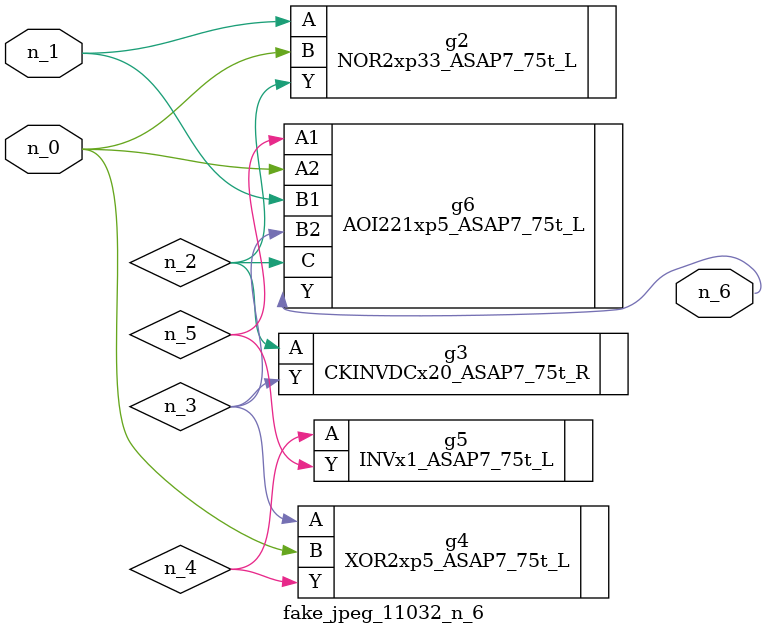
<source format=v>
module fake_jpeg_11032_n_6 (n_0, n_1, n_6);

input n_0;
input n_1;

output n_6;

wire n_3;
wire n_2;
wire n_4;
wire n_5;

NOR2xp33_ASAP7_75t_L g2 ( 
.A(n_1),
.B(n_0),
.Y(n_2)
);

CKINVDCx20_ASAP7_75t_R g3 ( 
.A(n_2),
.Y(n_3)
);

XOR2xp5_ASAP7_75t_L g4 ( 
.A(n_3),
.B(n_0),
.Y(n_4)
);

INVx1_ASAP7_75t_L g5 ( 
.A(n_4),
.Y(n_5)
);

AOI221xp5_ASAP7_75t_L g6 ( 
.A1(n_5),
.A2(n_0),
.B1(n_1),
.B2(n_3),
.C(n_2),
.Y(n_6)
);


endmodule
</source>
